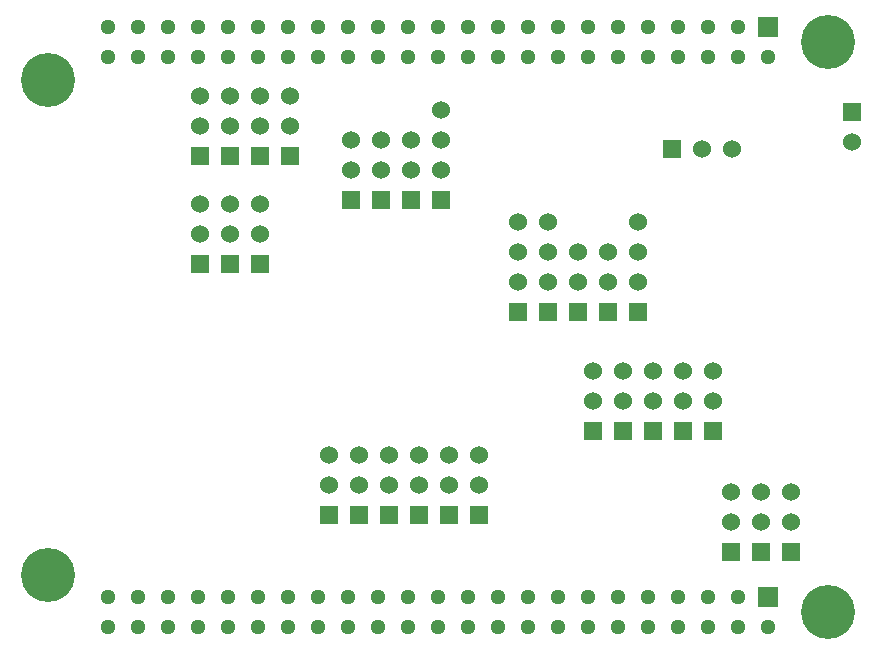
<source format=gbs>
%TF.GenerationSoftware,KiCad,Pcbnew,(5.1.10)-1*%
%TF.CreationDate,2022-04-08T15:59:23-04:00*%
%TF.ProjectId,BBB-GVS-X4,4242422d-4756-4532-9d58-342e6b696361,0.3*%
%TF.SameCoordinates,PX5962530PY32436e8*%
%TF.FileFunction,Soldermask,Bot*%
%TF.FilePolarity,Negative*%
%FSLAX46Y46*%
G04 Gerber Fmt 4.6, Leading zero omitted, Abs format (unit mm)*
G04 Created by KiCad (PCBNEW (5.1.10)-1) date 2022-04-08 15:59:23*
%MOMM*%
%LPD*%
G01*
G04 APERTURE LIST*
%ADD10R,1.524000X1.524000*%
%ADD11C,1.524000*%
%ADD12C,4.572000*%
%ADD13R,1.651000X1.651000*%
%ADD14C,1.300480*%
G04 APERTURE END LIST*
D10*
%TO.C,J13*%
X48006000Y-26035000D03*
D11*
X48006000Y-23495000D03*
X48006000Y-20955000D03*
X48006000Y-18415000D03*
%TD*%
D10*
%TO.C,J11*%
X38989000Y-16510000D03*
D11*
X38989000Y-13970000D03*
X38989000Y-11430000D03*
X38989000Y-8890000D03*
%TD*%
D10*
%TO.C,J16*%
X55626000Y-26035000D03*
D11*
X55626000Y-23495000D03*
X55626000Y-20955000D03*
X55626000Y-18415000D03*
%TD*%
D10*
%TO.C,J12*%
X45466000Y-26035000D03*
D11*
X45466000Y-23495000D03*
X45466000Y-20955000D03*
X45466000Y-18415000D03*
%TD*%
D10*
%TO.C,J15*%
X53086000Y-26035000D03*
D11*
X53086000Y-23495000D03*
X53086000Y-20955000D03*
%TD*%
D10*
%TO.C,J28*%
X59436000Y-36068000D03*
D11*
X59436000Y-33528000D03*
X59436000Y-30988000D03*
%TD*%
D10*
%TO.C,J29*%
X61976000Y-36068000D03*
D11*
X61976000Y-33528000D03*
X61976000Y-30988000D03*
%TD*%
D10*
%TO.C,J32*%
X68580000Y-46355000D03*
D11*
X68580000Y-43815000D03*
X68580000Y-41275000D03*
%TD*%
D10*
%TO.C,J31*%
X66040000Y-46355000D03*
D11*
X66040000Y-43815000D03*
X66040000Y-41275000D03*
%TD*%
D10*
%TO.C,J30*%
X63500000Y-46355000D03*
D11*
X63500000Y-43815000D03*
X63500000Y-41275000D03*
%TD*%
D10*
%TO.C,J17*%
X29464000Y-43180000D03*
D11*
X29464000Y-40640000D03*
X29464000Y-38100000D03*
%TD*%
D10*
%TO.C,J18*%
X32004000Y-43180000D03*
D11*
X32004000Y-40640000D03*
X32004000Y-38100000D03*
%TD*%
D10*
%TO.C,J19*%
X34544000Y-43180000D03*
D11*
X34544000Y-40640000D03*
X34544000Y-38100000D03*
%TD*%
D10*
%TO.C,J20*%
X37084000Y-43180000D03*
D11*
X37084000Y-40640000D03*
X37084000Y-38100000D03*
%TD*%
D10*
%TO.C,J21*%
X39624000Y-43180000D03*
D11*
X39624000Y-40640000D03*
X39624000Y-38100000D03*
%TD*%
D10*
%TO.C,J22*%
X42164000Y-43180000D03*
D11*
X42164000Y-40640000D03*
X42164000Y-38100000D03*
%TD*%
D10*
%TO.C,J1*%
X18542000Y-12827000D03*
D11*
X18542000Y-10287000D03*
X18542000Y-7747000D03*
%TD*%
D10*
%TO.C,J3*%
X23622000Y-12827000D03*
D11*
X23622000Y-10287000D03*
X23622000Y-7747000D03*
%TD*%
D10*
%TO.C,J5*%
X18567400Y-21971000D03*
D11*
X18567400Y-19431000D03*
X18567400Y-16891000D03*
%TD*%
D10*
%TO.C,J6*%
X21082000Y-21971000D03*
D11*
X21082000Y-19431000D03*
X21082000Y-16891000D03*
%TD*%
D10*
%TO.C,J4*%
X26162000Y-12827000D03*
D11*
X26162000Y-10287000D03*
X26162000Y-7747000D03*
%TD*%
D10*
%TO.C,J7*%
X23622000Y-21971000D03*
D11*
X23622000Y-19431000D03*
X23622000Y-16891000D03*
%TD*%
D10*
%TO.C,J9*%
X33909000Y-16510000D03*
D11*
X33909000Y-13970000D03*
X33909000Y-11430000D03*
%TD*%
D10*
%TO.C,J10*%
X36449000Y-16510000D03*
D11*
X36449000Y-13970000D03*
X36449000Y-11430000D03*
%TD*%
D10*
%TO.C,J14*%
X50546000Y-26035000D03*
D11*
X50546000Y-23495000D03*
X50546000Y-20955000D03*
%TD*%
D10*
%TO.C,J25*%
X51816000Y-36068000D03*
D11*
X51816000Y-33528000D03*
X51816000Y-30988000D03*
%TD*%
D10*
%TO.C,J26*%
X54356000Y-36068000D03*
D11*
X54356000Y-33528000D03*
X54356000Y-30988000D03*
%TD*%
D10*
%TO.C,J27*%
X56896000Y-36068000D03*
D11*
X56896000Y-33528000D03*
X56896000Y-30988000D03*
%TD*%
D10*
%TO.C,J2*%
X21082000Y-12827000D03*
D11*
X21082000Y-10287000D03*
X21082000Y-7747000D03*
%TD*%
D10*
%TO.C,J8*%
X31369000Y-16510000D03*
D11*
X31369000Y-13970000D03*
X31369000Y-11430000D03*
%TD*%
D10*
%TO.C,J23*%
X58547000Y-12192000D03*
D11*
X61087000Y-12192000D03*
X63627000Y-12192000D03*
%TD*%
D12*
%TO.C,BRD1*%
X5715000Y-6350000D03*
X71755000Y-3175000D03*
X71755000Y-51435000D03*
X5715000Y-48260000D03*
D13*
X66675000Y-1905000D03*
D14*
X66675000Y-4445000D03*
X64135000Y-1905000D03*
X64135000Y-4445000D03*
X61595000Y-1905000D03*
X61595000Y-4445000D03*
X59055000Y-1905000D03*
X59055000Y-4445000D03*
X56515000Y-1905000D03*
X56515000Y-4445000D03*
X53975000Y-1905000D03*
X53975000Y-4445000D03*
X51435000Y-1905000D03*
X51435000Y-4445000D03*
X48895000Y-1905000D03*
X48895000Y-4445000D03*
X46355000Y-1905000D03*
X46355000Y-4445000D03*
X43815000Y-1905000D03*
X43815000Y-4445000D03*
X41275000Y-1905000D03*
X41275000Y-4445000D03*
X38735000Y-1905000D03*
X38735000Y-4445000D03*
X36195000Y-1905000D03*
X36195000Y-4445000D03*
X33655000Y-1905000D03*
X33655000Y-4445000D03*
X31115000Y-1905000D03*
X31115000Y-4445000D03*
X28575000Y-1905000D03*
X28575000Y-4445000D03*
X26035000Y-1905000D03*
X26035000Y-4445000D03*
X23495000Y-1905000D03*
X23495000Y-4445000D03*
X20955000Y-1905000D03*
X20955000Y-4445000D03*
X18415000Y-1905000D03*
X18415000Y-4445000D03*
X15875000Y-1905000D03*
X15875000Y-4445000D03*
X13335000Y-1905000D03*
X13335000Y-4445000D03*
X10795000Y-1905000D03*
X10795000Y-4445000D03*
D13*
X66675000Y-50165000D03*
D14*
X66675000Y-52705000D03*
X64135000Y-50165000D03*
X64135000Y-52705000D03*
X61595000Y-50165000D03*
X61595000Y-52705000D03*
X59055000Y-50165000D03*
X59055000Y-52705000D03*
X56515000Y-50165000D03*
X56515000Y-52705000D03*
X53975000Y-50165000D03*
X53975000Y-52705000D03*
X51435000Y-50165000D03*
X51435000Y-52705000D03*
X48895000Y-50165000D03*
X48895000Y-52705000D03*
X46355000Y-50165000D03*
X46355000Y-52705000D03*
X43815000Y-50165000D03*
X43815000Y-52705000D03*
X41275000Y-50165000D03*
X41275000Y-52705000D03*
X38735000Y-50165000D03*
X38735000Y-52705000D03*
X36195000Y-50165000D03*
X36195000Y-52705000D03*
X33655000Y-50165000D03*
X33655000Y-52705000D03*
X31115000Y-50165000D03*
X31115000Y-52705000D03*
X28575000Y-50165000D03*
X28575000Y-52705000D03*
X26035000Y-50165000D03*
X26035000Y-52705000D03*
X23495000Y-50165000D03*
X23495000Y-52705000D03*
X20955000Y-50165000D03*
X20955000Y-52705000D03*
X18415000Y-50165000D03*
X18415000Y-52705000D03*
X15875000Y-50165000D03*
X15875000Y-52705000D03*
X13335000Y-50165000D03*
X13335000Y-52705000D03*
X10795000Y-50165000D03*
X10795000Y-52705000D03*
%TD*%
D10*
%TO.C,J33*%
X73827640Y-9027160D03*
D11*
X73827640Y-11567160D03*
%TD*%
M02*

</source>
